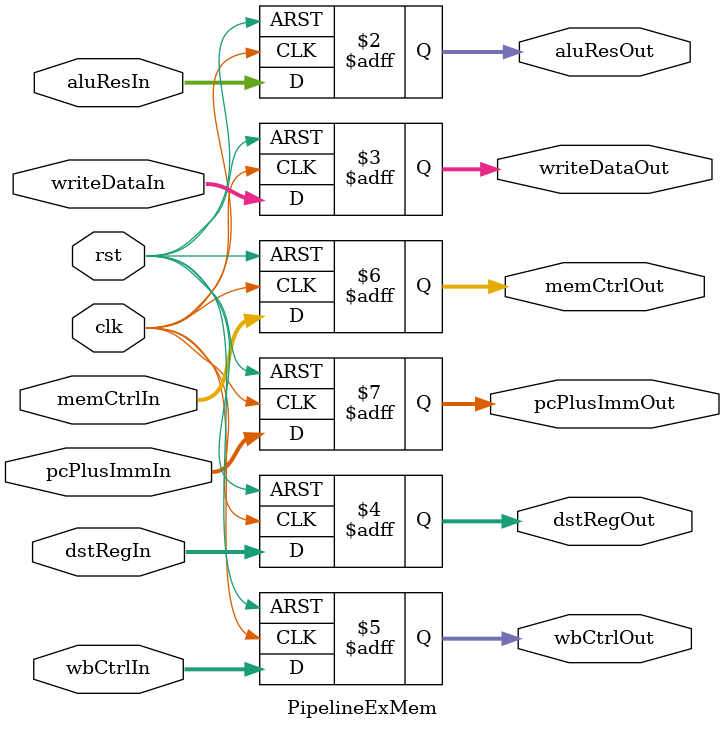
<source format=v>
module PipelineExMem(
    input clk, input rst,
    input [31:0] aluResIn,
    input [31:0] writeDataIn,
    input [5:0] dstRegIn,
    input  [31:0] pcPlusImmIn,
    input [2:0] wbCtrlIn, input [1:0] memCtrlIn,
    output reg [31:0] aluResOut,
    output reg [31:0] writeDataOut,
    output reg [5:0] dstRegOut,
    output reg [2:0] wbCtrlOut, output reg [1:0] memCtrlOut,
    output reg [31:0] pcPlusImmOut
);
    always @(negedge clk or posedge rst) begin
        if (rst) begin
            aluResOut <= 0; writeDataOut <= 0; dstRegOut <= 0;
            wbCtrlOut <= 0; memCtrlOut <= 0;
            pcPlusImmOut <= 0;
        end else begin
            aluResOut <= aluResIn;
            writeDataOut <= writeDataIn;
            dstRegOut <= dstRegIn;
            wbCtrlOut <= wbCtrlIn;
            memCtrlOut <= memCtrlIn;
            pcPlusImmOut <= pcPlusImmIn;
        end
    end
endmodule
</source>
